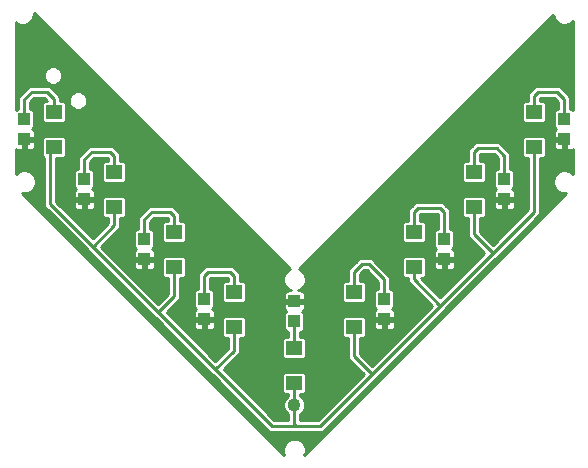
<source format=gtl>
G75*
%MOIN*%
%OFA0B0*%
%FSLAX25Y25*%
%IPPOS*%
%LPD*%
%AMOC8*
5,1,8,0,0,1.08239X$1,22.5*
%
%ADD10R,0.05512X0.04724*%
%ADD11R,0.03937X0.04331*%
%ADD12C,0.01000*%
%ADD13C,0.04362*%
%ADD14C,0.04000*%
D10*
X0203333Y0104094D03*
X0203333Y0115906D03*
X0223333Y0122844D03*
X0223333Y0134656D03*
X0243333Y0142844D03*
X0243333Y0154656D03*
X0263333Y0162844D03*
X0263333Y0174656D03*
X0283333Y0182844D03*
X0283333Y0194656D03*
X0183333Y0134656D03*
X0183333Y0122844D03*
X0163333Y0142844D03*
X0163333Y0154656D03*
X0143333Y0162844D03*
X0143333Y0174656D03*
X0123333Y0182844D03*
X0123333Y0194656D03*
D11*
X0113333Y0192096D03*
X0113333Y0185404D03*
X0133333Y0172096D03*
X0133333Y0165404D03*
X0153333Y0152096D03*
X0153333Y0145404D03*
X0173333Y0132096D03*
X0173333Y0125404D03*
X0203333Y0124779D03*
X0203333Y0131471D03*
X0233333Y0132096D03*
X0233333Y0125404D03*
X0253333Y0145404D03*
X0253333Y0152096D03*
X0273333Y0165404D03*
X0273333Y0172096D03*
X0293333Y0185404D03*
X0293333Y0192096D03*
D12*
X0182280Y0100725D02*
X0179328Y0100725D01*
X0178330Y0101723D02*
X0181282Y0101723D01*
X0180283Y0102722D02*
X0177331Y0102722D01*
X0176333Y0103720D02*
X0179285Y0103720D01*
X0178286Y0104719D02*
X0175334Y0104719D01*
X0174336Y0105717D02*
X0177288Y0105717D01*
X0176289Y0106716D02*
X0173337Y0106716D01*
X0172339Y0107714D02*
X0175291Y0107714D01*
X0175083Y0107922D02*
X0176255Y0106750D01*
X0195005Y0088000D01*
X0212912Y0088000D01*
X0230099Y0105187D01*
X0231271Y0106359D01*
X0231271Y0106359D01*
X0252912Y0128000D01*
X0254083Y0129172D01*
X0270412Y0145500D01*
X0271583Y0146672D01*
X0285333Y0160422D01*
X0285333Y0179182D01*
X0286628Y0179182D01*
X0287389Y0179944D01*
X0287389Y0185745D01*
X0286628Y0186507D01*
X0280039Y0186507D01*
X0279277Y0185745D01*
X0279277Y0179944D01*
X0280039Y0179182D01*
X0281333Y0179182D01*
X0281333Y0162078D01*
X0269583Y0150328D01*
X0265333Y0154578D01*
X0265333Y0159182D01*
X0266628Y0159182D01*
X0267389Y0159944D01*
X0267389Y0165745D01*
X0266628Y0166507D01*
X0260039Y0166507D01*
X0259277Y0165745D01*
X0259277Y0159944D01*
X0260039Y0159182D01*
X0261333Y0159182D01*
X0261333Y0152922D01*
X0266755Y0147500D01*
X0252083Y0132828D01*
X0245729Y0139182D01*
X0246628Y0139182D01*
X0247389Y0139944D01*
X0247389Y0145745D01*
X0246628Y0146507D01*
X0240039Y0146507D01*
X0239277Y0145745D01*
X0239277Y0139944D01*
X0240039Y0139182D01*
X0241333Y0139182D01*
X0241333Y0137922D01*
X0249255Y0130000D01*
X0229271Y0110016D01*
X0225333Y0113953D01*
X0225333Y0119182D01*
X0226628Y0119182D01*
X0227389Y0119944D01*
X0227389Y0125745D01*
X0226628Y0126507D01*
X0220039Y0126507D01*
X0219277Y0125745D01*
X0219277Y0119944D01*
X0220039Y0119182D01*
X0221333Y0119182D01*
X0221333Y0112297D01*
X0226442Y0107187D01*
X0211255Y0092000D01*
X0205333Y0092000D01*
X0205333Y0093719D01*
X0205419Y0093754D01*
X0206454Y0094790D01*
X0207014Y0096143D01*
X0207014Y0097607D01*
X0206454Y0098960D01*
X0205419Y0099996D01*
X0205333Y0100031D01*
X0205333Y0100432D01*
X0206628Y0100432D01*
X0207389Y0101194D01*
X0207389Y0106995D01*
X0206628Y0107757D01*
X0200039Y0107757D01*
X0199277Y0106995D01*
X0199277Y0101194D01*
X0200039Y0100432D01*
X0201333Y0100432D01*
X0201333Y0100031D01*
X0201248Y0099996D01*
X0200213Y0098960D01*
X0199652Y0097607D01*
X0199652Y0096143D01*
X0200213Y0094790D01*
X0201248Y0093754D01*
X0201333Y0093719D01*
X0201333Y0092000D01*
X0196662Y0092000D01*
X0179912Y0108750D01*
X0185333Y0114172D01*
X0185333Y0119182D01*
X0186628Y0119182D01*
X0187389Y0119944D01*
X0187389Y0125745D01*
X0186628Y0126507D01*
X0180039Y0126507D01*
X0179277Y0125745D01*
X0179277Y0119944D01*
X0180039Y0119182D01*
X0181333Y0119182D01*
X0181333Y0115828D01*
X0177083Y0111578D01*
X0160849Y0127812D01*
X0165333Y0132297D01*
X0165333Y0139182D01*
X0166628Y0139182D01*
X0167389Y0139944D01*
X0167389Y0145745D01*
X0166628Y0146507D01*
X0160039Y0146507D01*
X0159277Y0145745D01*
X0159277Y0139944D01*
X0160039Y0139182D01*
X0161333Y0139182D01*
X0161333Y0133953D01*
X0158021Y0130641D01*
X0138974Y0149687D01*
X0145333Y0156047D01*
X0145333Y0159182D01*
X0146628Y0159182D01*
X0147389Y0159944D01*
X0147389Y0165745D01*
X0146628Y0166507D01*
X0140039Y0166507D01*
X0139277Y0165745D01*
X0139277Y0159944D01*
X0140039Y0159182D01*
X0141333Y0159182D01*
X0141333Y0157703D01*
X0136146Y0152516D01*
X0124083Y0164578D01*
X0124083Y0179182D01*
X0126628Y0179182D01*
X0127389Y0179944D01*
X0127389Y0185745D01*
X0126628Y0186507D01*
X0120039Y0186507D01*
X0119277Y0185745D01*
X0119277Y0179944D01*
X0120039Y0179182D01*
X0120083Y0179182D01*
X0120083Y0162922D01*
X0121255Y0161750D01*
X0134146Y0148859D01*
X0135317Y0147688D01*
X0156021Y0126984D01*
X0157192Y0125812D01*
X0175083Y0107922D01*
X0175083Y0107922D01*
X0174292Y0108713D02*
X0171340Y0108713D01*
X0170342Y0109711D02*
X0173294Y0109711D01*
X0172295Y0110710D02*
X0169343Y0110710D01*
X0168345Y0111708D02*
X0171297Y0111708D01*
X0170298Y0112707D02*
X0167346Y0112707D01*
X0166348Y0113705D02*
X0169300Y0113705D01*
X0168301Y0114704D02*
X0165349Y0114704D01*
X0164351Y0115702D02*
X0167303Y0115702D01*
X0166304Y0116701D02*
X0163352Y0116701D01*
X0162354Y0117699D02*
X0165306Y0117699D01*
X0164307Y0118698D02*
X0161355Y0118698D01*
X0160357Y0119696D02*
X0163308Y0119696D01*
X0162310Y0120695D02*
X0159358Y0120695D01*
X0158360Y0121693D02*
X0161311Y0121693D01*
X0160313Y0122692D02*
X0157361Y0122692D01*
X0156363Y0123690D02*
X0159314Y0123690D01*
X0158316Y0124689D02*
X0155364Y0124689D01*
X0154366Y0125687D02*
X0157317Y0125687D01*
X0156319Y0126686D02*
X0153367Y0126686D01*
X0152369Y0127684D02*
X0155320Y0127684D01*
X0154322Y0128683D02*
X0151370Y0128683D01*
X0150372Y0129682D02*
X0153323Y0129682D01*
X0152325Y0130680D02*
X0149373Y0130680D01*
X0148375Y0131679D02*
X0151326Y0131679D01*
X0150328Y0132677D02*
X0147376Y0132677D01*
X0146378Y0133676D02*
X0149329Y0133676D01*
X0148331Y0134674D02*
X0145379Y0134674D01*
X0144381Y0135673D02*
X0147332Y0135673D01*
X0146334Y0136671D02*
X0143382Y0136671D01*
X0142384Y0137670D02*
X0145335Y0137670D01*
X0144337Y0138668D02*
X0141385Y0138668D01*
X0140387Y0139667D02*
X0143338Y0139667D01*
X0142340Y0140665D02*
X0139388Y0140665D01*
X0138389Y0141664D02*
X0141341Y0141664D01*
X0140343Y0142662D02*
X0137391Y0142662D01*
X0136392Y0143661D02*
X0139344Y0143661D01*
X0138346Y0144659D02*
X0135394Y0144659D01*
X0134395Y0145658D02*
X0137347Y0145658D01*
X0136349Y0146656D02*
X0133397Y0146656D01*
X0132398Y0147655D02*
X0135350Y0147655D01*
X0134352Y0148653D02*
X0131400Y0148653D01*
X0130401Y0149652D02*
X0133353Y0149652D01*
X0132355Y0150650D02*
X0129403Y0150650D01*
X0128404Y0151649D02*
X0131356Y0151649D01*
X0130358Y0152647D02*
X0127406Y0152647D01*
X0126407Y0153646D02*
X0129359Y0153646D01*
X0128361Y0154644D02*
X0125409Y0154644D01*
X0124410Y0155643D02*
X0127362Y0155643D01*
X0126364Y0156641D02*
X0123412Y0156641D01*
X0122413Y0157640D02*
X0125365Y0157640D01*
X0124367Y0158638D02*
X0121415Y0158638D01*
X0120416Y0159637D02*
X0123368Y0159637D01*
X0122370Y0160635D02*
X0119418Y0160635D01*
X0118419Y0161634D02*
X0121371Y0161634D01*
X0120373Y0162632D02*
X0117421Y0162632D01*
X0116422Y0163631D02*
X0120083Y0163631D01*
X0120083Y0164629D02*
X0115424Y0164629D01*
X0114425Y0165628D02*
X0120083Y0165628D01*
X0120083Y0166626D02*
X0113427Y0166626D01*
X0114089Y0167450D02*
X0115486Y0168029D01*
X0116555Y0169097D01*
X0117133Y0170494D01*
X0117133Y0172006D01*
X0116555Y0173403D01*
X0115486Y0174471D01*
X0114089Y0175050D01*
X0112577Y0175050D01*
X0111181Y0174471D01*
X0110433Y0173724D01*
X0110433Y0182048D01*
X0110444Y0182038D01*
X0110786Y0181840D01*
X0111167Y0181738D01*
X0112849Y0181738D01*
X0112849Y0184919D01*
X0113818Y0184919D01*
X0113818Y0185888D01*
X0116802Y0185888D01*
X0116802Y0187766D01*
X0116700Y0188148D01*
X0116502Y0188490D01*
X0116223Y0188769D01*
X0116068Y0188859D01*
X0116602Y0189393D01*
X0116602Y0194800D01*
X0115840Y0195562D01*
X0115333Y0195562D01*
X0115333Y0197922D01*
X0116662Y0199250D01*
X0120005Y0199250D01*
X0120937Y0198318D01*
X0120039Y0198318D01*
X0119277Y0197556D01*
X0119277Y0191755D01*
X0120039Y0190993D01*
X0126628Y0190993D01*
X0127389Y0191755D01*
X0127389Y0197556D01*
X0126628Y0198318D01*
X0125333Y0198318D01*
X0125333Y0199578D01*
X0122833Y0202078D01*
X0121662Y0203250D01*
X0115005Y0203250D01*
X0112505Y0200750D01*
X0111333Y0199578D01*
X0111333Y0195562D01*
X0110826Y0195562D01*
X0110433Y0195169D01*
X0110433Y0224401D01*
X0110556Y0224279D01*
X0111952Y0223700D01*
X0113464Y0223700D01*
X0114861Y0224279D01*
X0115930Y0225347D01*
X0116508Y0226744D01*
X0116508Y0227605D01*
X0201860Y0142253D01*
X0201181Y0141971D01*
X0200112Y0140903D01*
X0199533Y0139506D01*
X0199533Y0137994D01*
X0200112Y0136597D01*
X0201181Y0135529D01*
X0202127Y0135137D01*
X0201167Y0135137D01*
X0200786Y0135035D01*
X0200444Y0134837D01*
X0200165Y0134558D01*
X0199967Y0134216D01*
X0199865Y0133834D01*
X0199865Y0131956D01*
X0202849Y0131956D01*
X0202849Y0130987D01*
X0199865Y0130987D01*
X0199865Y0129109D01*
X0199967Y0128727D01*
X0200165Y0128385D01*
X0200444Y0128106D01*
X0200599Y0128016D01*
X0200065Y0127482D01*
X0200065Y0122075D01*
X0200826Y0121313D01*
X0201333Y0121313D01*
X0201333Y0119568D01*
X0200039Y0119568D01*
X0199277Y0118806D01*
X0199277Y0113005D01*
X0200039Y0112243D01*
X0206628Y0112243D01*
X0207389Y0113005D01*
X0207389Y0118806D01*
X0206628Y0119568D01*
X0205333Y0119568D01*
X0205333Y0121313D01*
X0205840Y0121313D01*
X0206602Y0122075D01*
X0206602Y0127482D01*
X0206068Y0128016D01*
X0206223Y0128106D01*
X0206502Y0128385D01*
X0206700Y0128727D01*
X0206802Y0129109D01*
X0206802Y0130987D01*
X0203818Y0130987D01*
X0203818Y0131956D01*
X0206802Y0131956D01*
X0206802Y0133834D01*
X0206700Y0134216D01*
X0206502Y0134558D01*
X0206223Y0134837D01*
X0205881Y0135035D01*
X0205499Y0135137D01*
X0204540Y0135137D01*
X0205486Y0135529D01*
X0206555Y0136597D01*
X0207133Y0137994D01*
X0207133Y0139506D01*
X0206555Y0140903D01*
X0205486Y0141971D01*
X0204806Y0142253D01*
X0205433Y0142880D01*
X0289533Y0226980D01*
X0289533Y0226744D01*
X0290112Y0225347D01*
X0291181Y0224279D01*
X0292577Y0223700D01*
X0294089Y0223700D01*
X0295486Y0224279D01*
X0296233Y0225026D01*
X0296233Y0195169D01*
X0295840Y0195562D01*
X0295333Y0195562D01*
X0295333Y0199578D01*
X0292833Y0202078D01*
X0291662Y0203250D01*
X0283755Y0203250D01*
X0281333Y0200828D01*
X0281333Y0198318D01*
X0280039Y0198318D01*
X0279277Y0197556D01*
X0279277Y0191755D01*
X0280039Y0190993D01*
X0286628Y0190993D01*
X0287389Y0191755D01*
X0287389Y0197556D01*
X0286628Y0198318D01*
X0285333Y0198318D01*
X0285333Y0199172D01*
X0285412Y0199250D01*
X0290005Y0199250D01*
X0291333Y0197922D01*
X0291333Y0195562D01*
X0290826Y0195562D01*
X0290065Y0194800D01*
X0290065Y0189393D01*
X0290599Y0188859D01*
X0290444Y0188769D01*
X0290165Y0188490D01*
X0289967Y0188148D01*
X0289865Y0187766D01*
X0289865Y0185888D01*
X0292849Y0185888D01*
X0292849Y0184919D01*
X0293818Y0184919D01*
X0293818Y0181738D01*
X0295499Y0181738D01*
X0295881Y0181840D01*
X0296223Y0182038D01*
X0296233Y0182048D01*
X0296233Y0173724D01*
X0295486Y0174471D01*
X0294089Y0175050D01*
X0292577Y0175050D01*
X0291181Y0174471D01*
X0290112Y0173403D01*
X0289533Y0172006D01*
X0289533Y0170494D01*
X0290112Y0169097D01*
X0291181Y0168029D01*
X0292577Y0167450D01*
X0294063Y0167450D01*
X0206710Y0080096D01*
X0207133Y0081119D01*
X0207133Y0082631D01*
X0206555Y0084028D01*
X0205486Y0085096D01*
X0204089Y0085675D01*
X0202577Y0085675D01*
X0201181Y0085096D01*
X0200112Y0084028D01*
X0199533Y0082631D01*
X0199533Y0081119D01*
X0199957Y0080096D01*
X0112603Y0167450D01*
X0114089Y0167450D01*
X0114512Y0167625D02*
X0120083Y0167625D01*
X0120083Y0168623D02*
X0116081Y0168623D01*
X0116772Y0169622D02*
X0120083Y0169622D01*
X0120083Y0170620D02*
X0117133Y0170620D01*
X0117133Y0171619D02*
X0120083Y0171619D01*
X0120083Y0172618D02*
X0116880Y0172618D01*
X0116341Y0173616D02*
X0120083Y0173616D01*
X0120083Y0174615D02*
X0115140Y0174615D01*
X0111526Y0174615D02*
X0110433Y0174615D01*
X0110433Y0175613D02*
X0120083Y0175613D01*
X0120083Y0176612D02*
X0110433Y0176612D01*
X0110433Y0177610D02*
X0120083Y0177610D01*
X0120083Y0178609D02*
X0110433Y0178609D01*
X0110433Y0179607D02*
X0119614Y0179607D01*
X0119277Y0180606D02*
X0110433Y0180606D01*
X0110433Y0181604D02*
X0119277Y0181604D01*
X0119277Y0182603D02*
X0116667Y0182603D01*
X0116700Y0182659D02*
X0116802Y0183041D01*
X0116802Y0184919D01*
X0113818Y0184919D01*
X0113818Y0181738D01*
X0115499Y0181738D01*
X0115881Y0181840D01*
X0116223Y0182038D01*
X0116502Y0182317D01*
X0116700Y0182659D01*
X0116802Y0183601D02*
X0119277Y0183601D01*
X0119277Y0184600D02*
X0116802Y0184600D01*
X0116802Y0186597D02*
X0157517Y0186597D01*
X0156518Y0187595D02*
X0116802Y0187595D01*
X0116398Y0188594D02*
X0155520Y0188594D01*
X0154521Y0189592D02*
X0116602Y0189592D01*
X0116602Y0190591D02*
X0153523Y0190591D01*
X0152524Y0191589D02*
X0127224Y0191589D01*
X0127389Y0192588D02*
X0151526Y0192588D01*
X0150527Y0193586D02*
X0127389Y0193586D01*
X0127389Y0194585D02*
X0149529Y0194585D01*
X0148530Y0195583D02*
X0132669Y0195583D01*
X0132999Y0195720D02*
X0133863Y0196584D01*
X0134331Y0197713D01*
X0134331Y0198935D01*
X0133863Y0200064D01*
X0132999Y0200928D01*
X0131870Y0201396D01*
X0130648Y0201396D01*
X0129519Y0200928D01*
X0128655Y0200064D01*
X0128188Y0198935D01*
X0128188Y0197713D01*
X0128655Y0196584D01*
X0129519Y0195720D01*
X0130648Y0195253D01*
X0131870Y0195253D01*
X0132999Y0195720D01*
X0133861Y0196582D02*
X0147532Y0196582D01*
X0146533Y0197580D02*
X0134276Y0197580D01*
X0134331Y0198579D02*
X0145535Y0198579D01*
X0144536Y0199577D02*
X0134065Y0199577D01*
X0133351Y0200576D02*
X0143538Y0200576D01*
X0142539Y0201574D02*
X0123337Y0201574D01*
X0122339Y0202573D02*
X0141541Y0202573D01*
X0140542Y0203571D02*
X0110433Y0203571D01*
X0110433Y0202573D02*
X0114328Y0202573D01*
X0113329Y0201574D02*
X0110433Y0201574D01*
X0110433Y0200576D02*
X0112331Y0200576D01*
X0111333Y0199577D02*
X0110433Y0199577D01*
X0110433Y0198579D02*
X0111333Y0198579D01*
X0111333Y0197580D02*
X0110433Y0197580D01*
X0110433Y0196582D02*
X0111333Y0196582D01*
X0111333Y0195583D02*
X0110433Y0195583D01*
X0113333Y0198750D02*
X0113333Y0192096D01*
X0116602Y0192588D02*
X0119277Y0192588D01*
X0119277Y0193586D02*
X0116602Y0193586D01*
X0116602Y0194585D02*
X0119277Y0194585D01*
X0119277Y0195583D02*
X0115333Y0195583D01*
X0115333Y0196582D02*
X0119277Y0196582D01*
X0119302Y0197580D02*
X0115333Y0197580D01*
X0115991Y0198579D02*
X0120676Y0198579D01*
X0123333Y0198750D02*
X0120833Y0201250D01*
X0115833Y0201250D01*
X0113333Y0198750D01*
X0120303Y0204936D02*
X0121168Y0204072D01*
X0122297Y0203604D01*
X0123518Y0203604D01*
X0124647Y0204072D01*
X0125512Y0204936D01*
X0125979Y0206065D01*
X0125979Y0207287D01*
X0125512Y0208416D01*
X0124647Y0209280D01*
X0123518Y0209747D01*
X0122297Y0209747D01*
X0121168Y0209280D01*
X0120303Y0208416D01*
X0119836Y0207287D01*
X0119836Y0206065D01*
X0120303Y0204936D01*
X0120669Y0204570D02*
X0110433Y0204570D01*
X0110433Y0205568D02*
X0120041Y0205568D01*
X0119836Y0206567D02*
X0110433Y0206567D01*
X0110433Y0207565D02*
X0119951Y0207565D01*
X0120452Y0208564D02*
X0110433Y0208564D01*
X0110433Y0209562D02*
X0121850Y0209562D01*
X0123965Y0209562D02*
X0134551Y0209562D01*
X0135550Y0208564D02*
X0125363Y0208564D01*
X0125864Y0207565D02*
X0136548Y0207565D01*
X0137547Y0206567D02*
X0125979Y0206567D01*
X0125774Y0205568D02*
X0138545Y0205568D01*
X0139544Y0204570D02*
X0125146Y0204570D01*
X0124336Y0200576D02*
X0129167Y0200576D01*
X0128454Y0199577D02*
X0125333Y0199577D01*
X0125333Y0198579D02*
X0128188Y0198579D01*
X0128243Y0197580D02*
X0127365Y0197580D01*
X0127389Y0196582D02*
X0128658Y0196582D01*
X0129850Y0195583D02*
X0127389Y0195583D01*
X0123333Y0194656D02*
X0123333Y0198750D01*
X0119443Y0191589D02*
X0116602Y0191589D01*
X0119277Y0185598D02*
X0113818Y0185598D01*
X0113818Y0184600D02*
X0112849Y0184600D01*
X0112849Y0183601D02*
X0113818Y0183601D01*
X0113818Y0182603D02*
X0112849Y0182603D01*
X0122083Y0181594D02*
X0123333Y0182844D01*
X0122083Y0181594D02*
X0122083Y0163750D01*
X0136146Y0149688D01*
X0143333Y0156875D01*
X0143333Y0162844D01*
X0139277Y0162632D02*
X0136684Y0162632D01*
X0136700Y0162659D02*
X0136802Y0163041D01*
X0136802Y0164919D01*
X0133818Y0164919D01*
X0133818Y0165888D01*
X0136802Y0165888D01*
X0136802Y0167766D01*
X0136700Y0168148D01*
X0136502Y0168490D01*
X0136223Y0168769D01*
X0136068Y0168859D01*
X0136602Y0169393D01*
X0136602Y0174800D01*
X0135840Y0175562D01*
X0135333Y0175562D01*
X0135333Y0177922D01*
X0136662Y0179250D01*
X0141255Y0179250D01*
X0141333Y0179172D01*
X0141333Y0178318D01*
X0140039Y0178318D01*
X0139277Y0177556D01*
X0139277Y0171755D01*
X0140039Y0170993D01*
X0146628Y0170993D01*
X0147389Y0171755D01*
X0147389Y0177556D01*
X0146628Y0178318D01*
X0145333Y0178318D01*
X0145333Y0180828D01*
X0144162Y0182000D01*
X0142912Y0183250D01*
X0135005Y0183250D01*
X0133833Y0182078D01*
X0131333Y0179578D01*
X0131333Y0175562D01*
X0130826Y0175562D01*
X0130065Y0174800D01*
X0130065Y0169393D01*
X0130599Y0168859D01*
X0130444Y0168769D01*
X0130165Y0168490D01*
X0129967Y0168148D01*
X0129865Y0167766D01*
X0129865Y0165888D01*
X0132849Y0165888D01*
X0132849Y0164919D01*
X0133818Y0164919D01*
X0133818Y0161738D01*
X0135499Y0161738D01*
X0135881Y0161840D01*
X0136223Y0162038D01*
X0136502Y0162317D01*
X0136700Y0162659D01*
X0136802Y0163631D02*
X0139277Y0163631D01*
X0139277Y0164629D02*
X0136802Y0164629D01*
X0136802Y0166626D02*
X0177487Y0166626D01*
X0178486Y0165628D02*
X0147389Y0165628D01*
X0147389Y0164629D02*
X0179484Y0164629D01*
X0180483Y0163631D02*
X0147389Y0163631D01*
X0147389Y0162632D02*
X0154387Y0162632D01*
X0153833Y0162078D02*
X0151333Y0159578D01*
X0151333Y0155562D01*
X0150826Y0155562D01*
X0150065Y0154800D01*
X0150065Y0149393D01*
X0150599Y0148859D01*
X0150444Y0148769D01*
X0150165Y0148490D01*
X0149967Y0148148D01*
X0149865Y0147766D01*
X0149865Y0145888D01*
X0152849Y0145888D01*
X0152849Y0144919D01*
X0153818Y0144919D01*
X0153818Y0145888D01*
X0156802Y0145888D01*
X0156802Y0147766D01*
X0156700Y0148148D01*
X0156502Y0148490D01*
X0156223Y0148769D01*
X0156068Y0148859D01*
X0156602Y0149393D01*
X0156602Y0154800D01*
X0155840Y0155562D01*
X0155333Y0155562D01*
X0155333Y0157922D01*
X0156662Y0159250D01*
X0161255Y0159250D01*
X0161333Y0159172D01*
X0161333Y0158318D01*
X0160039Y0158318D01*
X0159277Y0157556D01*
X0159277Y0151755D01*
X0160039Y0150993D01*
X0166628Y0150993D01*
X0167389Y0151755D01*
X0167389Y0157556D01*
X0166628Y0158318D01*
X0165333Y0158318D01*
X0165333Y0160828D01*
X0164162Y0162000D01*
X0162912Y0163250D01*
X0155005Y0163250D01*
X0153833Y0162078D01*
X0153389Y0161634D02*
X0147389Y0161634D01*
X0147389Y0160635D02*
X0152390Y0160635D01*
X0151392Y0159637D02*
X0147082Y0159637D01*
X0145333Y0158638D02*
X0151333Y0158638D01*
X0151333Y0157640D02*
X0145333Y0157640D01*
X0145333Y0156641D02*
X0151333Y0156641D01*
X0151333Y0155643D02*
X0144930Y0155643D01*
X0143931Y0154644D02*
X0150065Y0154644D01*
X0150065Y0153646D02*
X0142933Y0153646D01*
X0141934Y0152647D02*
X0150065Y0152647D01*
X0150065Y0151649D02*
X0140936Y0151649D01*
X0139937Y0150650D02*
X0150065Y0150650D01*
X0150065Y0149652D02*
X0139010Y0149652D01*
X0140008Y0148653D02*
X0150328Y0148653D01*
X0149865Y0147655D02*
X0141007Y0147655D01*
X0142006Y0146656D02*
X0149865Y0146656D01*
X0149865Y0144919D02*
X0149865Y0143041D01*
X0149967Y0142659D01*
X0150165Y0142317D01*
X0150444Y0142038D01*
X0150786Y0141840D01*
X0151167Y0141738D01*
X0152849Y0141738D01*
X0152849Y0144919D01*
X0149865Y0144919D01*
X0149865Y0144659D02*
X0144003Y0144659D01*
X0145001Y0143661D02*
X0149865Y0143661D01*
X0149966Y0142662D02*
X0146000Y0142662D01*
X0146998Y0141664D02*
X0159277Y0141664D01*
X0159277Y0142662D02*
X0156700Y0142662D01*
X0156700Y0142659D02*
X0156802Y0143041D01*
X0156802Y0144919D01*
X0153818Y0144919D01*
X0153818Y0141738D01*
X0155499Y0141738D01*
X0155881Y0141840D01*
X0156223Y0142038D01*
X0156502Y0142317D01*
X0156700Y0142659D01*
X0156802Y0143661D02*
X0159277Y0143661D01*
X0159277Y0144659D02*
X0156802Y0144659D01*
X0156802Y0146656D02*
X0197457Y0146656D01*
X0196459Y0147655D02*
X0156802Y0147655D01*
X0156339Y0148653D02*
X0195460Y0148653D01*
X0194462Y0149652D02*
X0156602Y0149652D01*
X0156602Y0150650D02*
X0193463Y0150650D01*
X0192465Y0151649D02*
X0167283Y0151649D01*
X0167389Y0152647D02*
X0191466Y0152647D01*
X0190468Y0153646D02*
X0167389Y0153646D01*
X0167389Y0154644D02*
X0189469Y0154644D01*
X0188471Y0155643D02*
X0167389Y0155643D01*
X0167389Y0156641D02*
X0187472Y0156641D01*
X0186474Y0157640D02*
X0167306Y0157640D01*
X0165333Y0158638D02*
X0185475Y0158638D01*
X0184477Y0159637D02*
X0165333Y0159637D01*
X0165333Y0160635D02*
X0183478Y0160635D01*
X0182480Y0161634D02*
X0164528Y0161634D01*
X0163529Y0162632D02*
X0181481Y0162632D01*
X0176489Y0167625D02*
X0136802Y0167625D01*
X0136369Y0168623D02*
X0175490Y0168623D01*
X0174492Y0169622D02*
X0136602Y0169622D01*
X0136602Y0170620D02*
X0173493Y0170620D01*
X0172494Y0171619D02*
X0147253Y0171619D01*
X0147389Y0172618D02*
X0171496Y0172618D01*
X0170497Y0173616D02*
X0147389Y0173616D01*
X0147389Y0174615D02*
X0169499Y0174615D01*
X0168500Y0175613D02*
X0147389Y0175613D01*
X0147389Y0176612D02*
X0167502Y0176612D01*
X0166503Y0177610D02*
X0147335Y0177610D01*
X0145333Y0178609D02*
X0165505Y0178609D01*
X0164506Y0179607D02*
X0145333Y0179607D01*
X0145333Y0180606D02*
X0163508Y0180606D01*
X0162509Y0181604D02*
X0144558Y0181604D01*
X0143559Y0182603D02*
X0161511Y0182603D01*
X0160512Y0183601D02*
X0127389Y0183601D01*
X0127389Y0182603D02*
X0134358Y0182603D01*
X0133359Y0181604D02*
X0127389Y0181604D01*
X0127389Y0180606D02*
X0132361Y0180606D01*
X0131362Y0179607D02*
X0127053Y0179607D01*
X0124083Y0178609D02*
X0131333Y0178609D01*
X0131333Y0177610D02*
X0124083Y0177610D01*
X0124083Y0176612D02*
X0131333Y0176612D01*
X0131333Y0175613D02*
X0124083Y0175613D01*
X0124083Y0174615D02*
X0130065Y0174615D01*
X0130065Y0173616D02*
X0124083Y0173616D01*
X0124083Y0172618D02*
X0130065Y0172618D01*
X0130065Y0171619D02*
X0124083Y0171619D01*
X0124083Y0170620D02*
X0130065Y0170620D01*
X0130065Y0169622D02*
X0124083Y0169622D01*
X0124083Y0168623D02*
X0130298Y0168623D01*
X0129865Y0167625D02*
X0124083Y0167625D01*
X0124083Y0166626D02*
X0129865Y0166626D01*
X0129865Y0164919D02*
X0129865Y0163041D01*
X0129967Y0162659D01*
X0130165Y0162317D01*
X0130444Y0162038D01*
X0130786Y0161840D01*
X0131167Y0161738D01*
X0132849Y0161738D01*
X0132849Y0164919D01*
X0129865Y0164919D01*
X0129865Y0164629D02*
X0124083Y0164629D01*
X0124083Y0165628D02*
X0132849Y0165628D01*
X0133818Y0165628D02*
X0139277Y0165628D01*
X0139277Y0161634D02*
X0127028Y0161634D01*
X0128026Y0160635D02*
X0139277Y0160635D01*
X0139584Y0159637D02*
X0129025Y0159637D01*
X0130023Y0158638D02*
X0141333Y0158638D01*
X0141270Y0157640D02*
X0131022Y0157640D01*
X0132020Y0156641D02*
X0140271Y0156641D01*
X0139273Y0155643D02*
X0133019Y0155643D01*
X0134017Y0154644D02*
X0138274Y0154644D01*
X0137276Y0153646D02*
X0135016Y0153646D01*
X0136014Y0152647D02*
X0136277Y0152647D01*
X0136146Y0149688D02*
X0158021Y0127812D01*
X0163333Y0133125D01*
X0163333Y0142844D01*
X0167389Y0142662D02*
X0173167Y0142662D01*
X0172583Y0142078D02*
X0171333Y0140828D01*
X0171333Y0135562D01*
X0170826Y0135562D01*
X0170065Y0134800D01*
X0170065Y0129393D01*
X0170599Y0128859D01*
X0170444Y0128769D01*
X0170165Y0128490D01*
X0169967Y0128148D01*
X0169865Y0127766D01*
X0169865Y0125888D01*
X0172849Y0125888D01*
X0172849Y0124919D01*
X0173818Y0124919D01*
X0173818Y0125888D01*
X0176802Y0125888D01*
X0176802Y0127766D01*
X0176700Y0128148D01*
X0176502Y0128490D01*
X0176223Y0128769D01*
X0176068Y0128859D01*
X0176602Y0129393D01*
X0176602Y0134800D01*
X0175840Y0135562D01*
X0175333Y0135562D01*
X0175333Y0139172D01*
X0175412Y0139250D01*
X0181255Y0139250D01*
X0181333Y0139172D01*
X0181333Y0138318D01*
X0180039Y0138318D01*
X0179277Y0137556D01*
X0179277Y0131755D01*
X0180039Y0130993D01*
X0186628Y0130993D01*
X0187389Y0131755D01*
X0187389Y0137556D01*
X0186628Y0138318D01*
X0185333Y0138318D01*
X0185333Y0140828D01*
X0184162Y0142000D01*
X0182912Y0143250D01*
X0173755Y0143250D01*
X0172583Y0142078D01*
X0172169Y0141664D02*
X0167389Y0141664D01*
X0167389Y0140665D02*
X0171333Y0140665D01*
X0171333Y0139667D02*
X0167112Y0139667D01*
X0165333Y0138668D02*
X0171333Y0138668D01*
X0171333Y0137670D02*
X0165333Y0137670D01*
X0165333Y0136671D02*
X0171333Y0136671D01*
X0171333Y0135673D02*
X0165333Y0135673D01*
X0165333Y0134674D02*
X0170065Y0134674D01*
X0170065Y0133676D02*
X0165333Y0133676D01*
X0165333Y0132677D02*
X0170065Y0132677D01*
X0170065Y0131679D02*
X0164715Y0131679D01*
X0163717Y0130680D02*
X0170065Y0130680D01*
X0170065Y0129682D02*
X0162718Y0129682D01*
X0161720Y0128683D02*
X0170358Y0128683D01*
X0169865Y0127684D02*
X0160977Y0127684D01*
X0161976Y0126686D02*
X0169865Y0126686D01*
X0169865Y0124919D02*
X0169865Y0123041D01*
X0169967Y0122659D01*
X0170165Y0122317D01*
X0170444Y0122038D01*
X0170786Y0121840D01*
X0171167Y0121738D01*
X0172849Y0121738D01*
X0172849Y0124919D01*
X0169865Y0124919D01*
X0169865Y0124689D02*
X0163973Y0124689D01*
X0164971Y0123690D02*
X0169865Y0123690D01*
X0169958Y0122692D02*
X0165970Y0122692D01*
X0166968Y0121693D02*
X0179277Y0121693D01*
X0179277Y0120695D02*
X0167967Y0120695D01*
X0168965Y0119696D02*
X0179525Y0119696D01*
X0181333Y0118698D02*
X0169964Y0118698D01*
X0170962Y0117699D02*
X0181333Y0117699D01*
X0181333Y0116701D02*
X0171961Y0116701D01*
X0172959Y0115702D02*
X0181207Y0115702D01*
X0180209Y0114704D02*
X0173958Y0114704D01*
X0174956Y0113705D02*
X0179210Y0113705D01*
X0178212Y0112707D02*
X0175955Y0112707D01*
X0176953Y0111708D02*
X0177213Y0111708D01*
X0177083Y0108750D02*
X0183333Y0115000D01*
X0183333Y0122844D01*
X0179277Y0122692D02*
X0176708Y0122692D01*
X0176700Y0122659D02*
X0176802Y0123041D01*
X0176802Y0124919D01*
X0173818Y0124919D01*
X0173818Y0121738D01*
X0175499Y0121738D01*
X0175881Y0121840D01*
X0176223Y0122038D01*
X0176502Y0122317D01*
X0176700Y0122659D01*
X0176802Y0123690D02*
X0179277Y0123690D01*
X0179277Y0124689D02*
X0176802Y0124689D01*
X0176802Y0126686D02*
X0200065Y0126686D01*
X0200065Y0125687D02*
X0187389Y0125687D01*
X0187389Y0124689D02*
X0200065Y0124689D01*
X0200065Y0123690D02*
X0187389Y0123690D01*
X0187389Y0122692D02*
X0200065Y0122692D01*
X0200446Y0121693D02*
X0187389Y0121693D01*
X0187389Y0120695D02*
X0201333Y0120695D01*
X0201333Y0119696D02*
X0187142Y0119696D01*
X0185333Y0118698D02*
X0199277Y0118698D01*
X0199277Y0117699D02*
X0185333Y0117699D01*
X0185333Y0116701D02*
X0199277Y0116701D01*
X0199277Y0115702D02*
X0185333Y0115702D01*
X0185333Y0114704D02*
X0199277Y0114704D01*
X0199277Y0113705D02*
X0184867Y0113705D01*
X0183869Y0112707D02*
X0199575Y0112707D01*
X0203333Y0115906D02*
X0203333Y0124779D01*
X0206602Y0124689D02*
X0219277Y0124689D01*
X0219277Y0125687D02*
X0206602Y0125687D01*
X0206602Y0126686D02*
X0229865Y0126686D01*
X0229865Y0125888D02*
X0229865Y0127766D01*
X0229967Y0128148D01*
X0230165Y0128490D01*
X0230444Y0128769D01*
X0230599Y0128859D01*
X0230065Y0129393D01*
X0230065Y0134800D01*
X0230826Y0135562D01*
X0231333Y0135562D01*
X0231333Y0137922D01*
X0227505Y0141750D01*
X0226662Y0141750D01*
X0225333Y0140422D01*
X0225333Y0138318D01*
X0226628Y0138318D01*
X0227389Y0137556D01*
X0227389Y0131755D01*
X0226628Y0130993D01*
X0220039Y0130993D01*
X0219277Y0131755D01*
X0219277Y0137556D01*
X0220039Y0138318D01*
X0221333Y0138318D01*
X0221333Y0142078D01*
X0223833Y0144578D01*
X0225005Y0145750D01*
X0229162Y0145750D01*
X0230333Y0144578D01*
X0235333Y0139578D01*
X0235333Y0135562D01*
X0235840Y0135562D01*
X0236602Y0134800D01*
X0236602Y0129393D01*
X0236068Y0128859D01*
X0236223Y0128769D01*
X0236502Y0128490D01*
X0236700Y0128148D01*
X0236802Y0127766D01*
X0236802Y0125888D01*
X0233818Y0125888D01*
X0233818Y0124919D01*
X0236802Y0124919D01*
X0236802Y0123041D01*
X0236700Y0122659D01*
X0236502Y0122317D01*
X0236223Y0122038D01*
X0235881Y0121840D01*
X0235499Y0121738D01*
X0233818Y0121738D01*
X0233818Y0124919D01*
X0232849Y0124919D01*
X0232849Y0121738D01*
X0231167Y0121738D01*
X0230786Y0121840D01*
X0230444Y0122038D01*
X0230165Y0122317D01*
X0229967Y0122659D01*
X0229865Y0123041D01*
X0229865Y0124919D01*
X0232849Y0124919D01*
X0232849Y0125888D01*
X0229865Y0125888D01*
X0229865Y0124689D02*
X0227389Y0124689D01*
X0227389Y0125687D02*
X0232849Y0125687D01*
X0233818Y0125687D02*
X0244942Y0125687D01*
X0243944Y0124689D02*
X0236802Y0124689D01*
X0236802Y0123690D02*
X0242945Y0123690D01*
X0241947Y0122692D02*
X0236708Y0122692D01*
X0233818Y0122692D02*
X0232849Y0122692D01*
X0232849Y0123690D02*
X0233818Y0123690D01*
X0233818Y0124689D02*
X0232849Y0124689D01*
X0229865Y0123690D02*
X0227389Y0123690D01*
X0227389Y0122692D02*
X0229958Y0122692D01*
X0227389Y0121693D02*
X0240948Y0121693D01*
X0239950Y0120695D02*
X0227389Y0120695D01*
X0227142Y0119696D02*
X0238951Y0119696D01*
X0237953Y0118698D02*
X0225333Y0118698D01*
X0225333Y0117699D02*
X0236954Y0117699D01*
X0235956Y0116701D02*
X0225333Y0116701D01*
X0225333Y0115702D02*
X0234957Y0115702D01*
X0233959Y0114704D02*
X0225333Y0114704D01*
X0225581Y0113705D02*
X0232960Y0113705D01*
X0231962Y0112707D02*
X0226580Y0112707D01*
X0227578Y0111708D02*
X0230963Y0111708D01*
X0229965Y0110710D02*
X0228577Y0110710D01*
X0224917Y0108713D02*
X0179949Y0108713D01*
X0180873Y0109711D02*
X0223919Y0109711D01*
X0222920Y0110710D02*
X0181872Y0110710D01*
X0182870Y0111708D02*
X0221922Y0111708D01*
X0221333Y0112707D02*
X0207091Y0112707D01*
X0207389Y0113705D02*
X0221333Y0113705D01*
X0221333Y0114704D02*
X0207389Y0114704D01*
X0207389Y0115702D02*
X0221333Y0115702D01*
X0221333Y0116701D02*
X0207389Y0116701D01*
X0207389Y0117699D02*
X0221333Y0117699D01*
X0221333Y0118698D02*
X0207389Y0118698D01*
X0205333Y0119696D02*
X0219525Y0119696D01*
X0219277Y0120695D02*
X0205333Y0120695D01*
X0206221Y0121693D02*
X0219277Y0121693D01*
X0219277Y0122692D02*
X0206602Y0122692D01*
X0206602Y0123690D02*
X0219277Y0123690D01*
X0223333Y0122844D02*
X0223333Y0113125D01*
X0229271Y0107187D01*
X0212083Y0090000D01*
X0203958Y0090000D01*
X0203333Y0090625D01*
X0203333Y0096875D01*
X0203333Y0104094D01*
X0199277Y0103720D02*
X0184942Y0103720D01*
X0185940Y0102722D02*
X0199277Y0102722D01*
X0199277Y0101723D02*
X0186939Y0101723D01*
X0187937Y0100725D02*
X0199747Y0100725D01*
X0200979Y0099726D02*
X0188936Y0099726D01*
X0189934Y0098728D02*
X0200116Y0098728D01*
X0199703Y0097729D02*
X0190933Y0097729D01*
X0191931Y0096731D02*
X0199652Y0096731D01*
X0199822Y0095732D02*
X0192930Y0095732D01*
X0193928Y0094734D02*
X0200269Y0094734D01*
X0201294Y0093735D02*
X0194927Y0093735D01*
X0195925Y0092737D02*
X0201333Y0092737D01*
X0203958Y0090000D02*
X0195833Y0090000D01*
X0177083Y0108750D01*
X0158021Y0127812D01*
X0157982Y0130680D02*
X0158060Y0130680D01*
X0159058Y0131679D02*
X0156983Y0131679D01*
X0155985Y0132677D02*
X0160057Y0132677D01*
X0161055Y0133676D02*
X0154986Y0133676D01*
X0153988Y0134674D02*
X0161333Y0134674D01*
X0161333Y0135673D02*
X0152989Y0135673D01*
X0151991Y0136671D02*
X0161333Y0136671D01*
X0161333Y0137670D02*
X0150992Y0137670D01*
X0149994Y0138668D02*
X0161333Y0138668D01*
X0159555Y0139667D02*
X0148995Y0139667D01*
X0147997Y0140665D02*
X0159277Y0140665D01*
X0167389Y0143661D02*
X0200453Y0143661D01*
X0199454Y0144659D02*
X0167389Y0144659D01*
X0167389Y0145658D02*
X0198456Y0145658D01*
X0201451Y0142662D02*
X0183500Y0142662D01*
X0184498Y0141664D02*
X0200873Y0141664D01*
X0200014Y0140665D02*
X0185333Y0140665D01*
X0185333Y0139667D02*
X0199600Y0139667D01*
X0199533Y0138668D02*
X0185333Y0138668D01*
X0187276Y0137670D02*
X0199668Y0137670D01*
X0200081Y0136671D02*
X0187389Y0136671D01*
X0187389Y0135673D02*
X0201037Y0135673D01*
X0200281Y0134674D02*
X0187389Y0134674D01*
X0187389Y0133676D02*
X0199865Y0133676D01*
X0199865Y0132677D02*
X0187389Y0132677D01*
X0187313Y0131679D02*
X0202849Y0131679D01*
X0203818Y0131679D02*
X0219354Y0131679D01*
X0219277Y0132677D02*
X0206802Y0132677D01*
X0206802Y0133676D02*
X0219277Y0133676D01*
X0219277Y0134674D02*
X0206386Y0134674D01*
X0205630Y0135673D02*
X0219277Y0135673D01*
X0219277Y0136671D02*
X0206585Y0136671D01*
X0206999Y0137670D02*
X0219391Y0137670D01*
X0221333Y0138668D02*
X0207133Y0138668D01*
X0207067Y0139667D02*
X0221333Y0139667D01*
X0221333Y0140665D02*
X0206653Y0140665D01*
X0205794Y0141664D02*
X0221333Y0141664D01*
X0221917Y0142662D02*
X0205215Y0142662D01*
X0206214Y0143661D02*
X0222916Y0143661D01*
X0223914Y0144659D02*
X0207212Y0144659D01*
X0208211Y0145658D02*
X0224913Y0145658D01*
X0225833Y0143750D02*
X0228333Y0143750D01*
X0233333Y0138750D01*
X0233333Y0132096D01*
X0230065Y0131679D02*
X0227313Y0131679D01*
X0227389Y0132677D02*
X0230065Y0132677D01*
X0230065Y0133676D02*
X0227389Y0133676D01*
X0227389Y0134674D02*
X0230065Y0134674D01*
X0231333Y0135673D02*
X0227389Y0135673D01*
X0227389Y0136671D02*
X0231333Y0136671D01*
X0231333Y0137670D02*
X0227276Y0137670D01*
X0225333Y0138668D02*
X0230587Y0138668D01*
X0229588Y0139667D02*
X0225333Y0139667D01*
X0225577Y0140665D02*
X0228590Y0140665D01*
X0227591Y0141664D02*
X0226575Y0141664D01*
X0225833Y0143750D02*
X0223333Y0141250D01*
X0223333Y0134656D01*
X0230065Y0130680D02*
X0206802Y0130680D01*
X0206802Y0129682D02*
X0230065Y0129682D01*
X0230358Y0128683D02*
X0206674Y0128683D01*
X0206400Y0127684D02*
X0229865Y0127684D01*
X0236309Y0128683D02*
X0247938Y0128683D01*
X0248936Y0129682D02*
X0236602Y0129682D01*
X0236602Y0130680D02*
X0248575Y0130680D01*
X0247576Y0131679D02*
X0236602Y0131679D01*
X0236602Y0132677D02*
X0246578Y0132677D01*
X0245579Y0133676D02*
X0236602Y0133676D01*
X0236602Y0134674D02*
X0244581Y0134674D01*
X0243582Y0135673D02*
X0235333Y0135673D01*
X0235333Y0136671D02*
X0242584Y0136671D01*
X0241585Y0137670D02*
X0235333Y0137670D01*
X0235333Y0138668D02*
X0241333Y0138668D01*
X0243333Y0138750D02*
X0252083Y0130000D01*
X0229271Y0107187D01*
X0230629Y0105717D02*
X0232331Y0105717D01*
X0231627Y0106716D02*
X0233329Y0106716D01*
X0232626Y0107714D02*
X0234328Y0107714D01*
X0233625Y0108713D02*
X0235326Y0108713D01*
X0234623Y0109711D02*
X0236325Y0109711D01*
X0235622Y0110710D02*
X0237323Y0110710D01*
X0236620Y0111708D02*
X0238322Y0111708D01*
X0237619Y0112707D02*
X0239320Y0112707D01*
X0238617Y0113705D02*
X0240319Y0113705D01*
X0239616Y0114704D02*
X0241317Y0114704D01*
X0240614Y0115702D02*
X0242316Y0115702D01*
X0241613Y0116701D02*
X0243314Y0116701D01*
X0242611Y0117699D02*
X0244313Y0117699D01*
X0243610Y0118698D02*
X0245311Y0118698D01*
X0244608Y0119696D02*
X0246310Y0119696D01*
X0245607Y0120695D02*
X0247308Y0120695D01*
X0246605Y0121693D02*
X0248307Y0121693D01*
X0247604Y0122692D02*
X0249305Y0122692D01*
X0248602Y0123690D02*
X0250304Y0123690D01*
X0249601Y0124689D02*
X0251302Y0124689D01*
X0250599Y0125687D02*
X0252301Y0125687D01*
X0251598Y0126686D02*
X0253299Y0126686D01*
X0252596Y0127684D02*
X0254298Y0127684D01*
X0253595Y0128683D02*
X0255297Y0128683D01*
X0254593Y0129682D02*
X0256295Y0129682D01*
X0255592Y0130680D02*
X0257294Y0130680D01*
X0256590Y0131679D02*
X0258292Y0131679D01*
X0257589Y0132677D02*
X0259291Y0132677D01*
X0258587Y0133676D02*
X0260289Y0133676D01*
X0259586Y0134674D02*
X0261288Y0134674D01*
X0260584Y0135673D02*
X0262286Y0135673D01*
X0261583Y0136671D02*
X0263285Y0136671D01*
X0262581Y0137670D02*
X0264283Y0137670D01*
X0263580Y0138668D02*
X0265282Y0138668D01*
X0264578Y0139667D02*
X0266280Y0139667D01*
X0265577Y0140665D02*
X0267279Y0140665D01*
X0266575Y0141664D02*
X0268277Y0141664D01*
X0267574Y0142662D02*
X0269276Y0142662D01*
X0268572Y0143661D02*
X0270274Y0143661D01*
X0269571Y0144659D02*
X0271273Y0144659D01*
X0270412Y0145500D02*
X0270412Y0145500D01*
X0270569Y0145658D02*
X0272271Y0145658D01*
X0271568Y0146656D02*
X0273270Y0146656D01*
X0272566Y0147655D02*
X0274268Y0147655D01*
X0273565Y0148653D02*
X0275267Y0148653D01*
X0274563Y0149652D02*
X0276265Y0149652D01*
X0275562Y0150650D02*
X0277264Y0150650D01*
X0276561Y0151649D02*
X0278262Y0151649D01*
X0277559Y0152647D02*
X0279261Y0152647D01*
X0278558Y0153646D02*
X0280259Y0153646D01*
X0279556Y0154644D02*
X0281258Y0154644D01*
X0280555Y0155643D02*
X0282256Y0155643D01*
X0281553Y0156641D02*
X0283255Y0156641D01*
X0282552Y0157640D02*
X0284253Y0157640D01*
X0283550Y0158638D02*
X0285252Y0158638D01*
X0284549Y0159637D02*
X0286250Y0159637D01*
X0285333Y0160635D02*
X0287249Y0160635D01*
X0288247Y0161634D02*
X0285333Y0161634D01*
X0285333Y0162632D02*
X0289246Y0162632D01*
X0290244Y0163631D02*
X0285333Y0163631D01*
X0285333Y0164629D02*
X0291243Y0164629D01*
X0292241Y0165628D02*
X0285333Y0165628D01*
X0285333Y0166626D02*
X0293240Y0166626D01*
X0292155Y0167625D02*
X0285333Y0167625D01*
X0285333Y0168623D02*
X0290586Y0168623D01*
X0289895Y0169622D02*
X0285333Y0169622D01*
X0285333Y0170620D02*
X0289533Y0170620D01*
X0289533Y0171619D02*
X0285333Y0171619D01*
X0285333Y0172618D02*
X0289787Y0172618D01*
X0290325Y0173616D02*
X0285333Y0173616D01*
X0285333Y0174615D02*
X0291526Y0174615D01*
X0295140Y0174615D02*
X0296233Y0174615D01*
X0296233Y0175613D02*
X0285333Y0175613D01*
X0285333Y0176612D02*
X0296233Y0176612D01*
X0296233Y0177610D02*
X0285333Y0177610D01*
X0285333Y0178609D02*
X0296233Y0178609D01*
X0296233Y0179607D02*
X0287053Y0179607D01*
X0287389Y0180606D02*
X0296233Y0180606D01*
X0296233Y0181604D02*
X0287389Y0181604D01*
X0287389Y0182603D02*
X0290000Y0182603D01*
X0289967Y0182659D02*
X0290165Y0182317D01*
X0290444Y0182038D01*
X0290786Y0181840D01*
X0291167Y0181738D01*
X0292849Y0181738D01*
X0292849Y0184919D01*
X0289865Y0184919D01*
X0289865Y0183041D01*
X0289967Y0182659D01*
X0289865Y0183601D02*
X0287389Y0183601D01*
X0287389Y0184600D02*
X0289865Y0184600D01*
X0289865Y0186597D02*
X0249150Y0186597D01*
X0250148Y0187595D02*
X0289865Y0187595D01*
X0290268Y0188594D02*
X0251147Y0188594D01*
X0252145Y0189592D02*
X0290065Y0189592D01*
X0290065Y0190591D02*
X0253144Y0190591D01*
X0254142Y0191589D02*
X0279443Y0191589D01*
X0279277Y0192588D02*
X0255141Y0192588D01*
X0256139Y0193586D02*
X0279277Y0193586D01*
X0279277Y0194585D02*
X0257138Y0194585D01*
X0258136Y0195583D02*
X0279277Y0195583D01*
X0279277Y0196582D02*
X0259135Y0196582D01*
X0260133Y0197580D02*
X0279302Y0197580D01*
X0281333Y0198579D02*
X0261132Y0198579D01*
X0262130Y0199577D02*
X0281333Y0199577D01*
X0281333Y0200576D02*
X0263129Y0200576D01*
X0264127Y0201574D02*
X0282079Y0201574D01*
X0283078Y0202573D02*
X0265126Y0202573D01*
X0266125Y0203571D02*
X0296233Y0203571D01*
X0296233Y0202573D02*
X0292339Y0202573D01*
X0293337Y0201574D02*
X0296233Y0201574D01*
X0296233Y0200576D02*
X0294336Y0200576D01*
X0295333Y0199577D02*
X0296233Y0199577D01*
X0296233Y0198579D02*
X0295333Y0198579D01*
X0295333Y0197580D02*
X0296233Y0197580D01*
X0296233Y0196582D02*
X0295333Y0196582D01*
X0295333Y0195583D02*
X0296233Y0195583D01*
X0293333Y0198750D02*
X0290833Y0201250D01*
X0284583Y0201250D01*
X0283333Y0200000D01*
X0283333Y0194656D01*
X0287389Y0194585D02*
X0290065Y0194585D01*
X0290065Y0193586D02*
X0287389Y0193586D01*
X0287389Y0192588D02*
X0290065Y0192588D01*
X0290065Y0191589D02*
X0287224Y0191589D01*
X0287389Y0195583D02*
X0291333Y0195583D01*
X0291333Y0196582D02*
X0287389Y0196582D01*
X0287365Y0197580D02*
X0291333Y0197580D01*
X0290676Y0198579D02*
X0285333Y0198579D01*
X0293333Y0198750D02*
X0293333Y0192096D01*
X0292849Y0185598D02*
X0287389Y0185598D01*
X0283333Y0182844D02*
X0283333Y0161250D01*
X0269583Y0147500D01*
X0263333Y0153750D01*
X0263333Y0162844D01*
X0259277Y0162632D02*
X0254779Y0162632D01*
X0255333Y0162078D02*
X0254083Y0163328D01*
X0252912Y0164500D01*
X0243755Y0164500D01*
X0242505Y0163250D01*
X0241333Y0162078D01*
X0241333Y0158318D01*
X0240039Y0158318D01*
X0239277Y0157556D01*
X0239277Y0151755D01*
X0240039Y0150993D01*
X0246628Y0150993D01*
X0247389Y0151755D01*
X0247389Y0157556D01*
X0246628Y0158318D01*
X0245333Y0158318D01*
X0245333Y0160422D01*
X0245412Y0160500D01*
X0251255Y0160500D01*
X0251333Y0160422D01*
X0251333Y0155562D01*
X0250826Y0155562D01*
X0250065Y0154800D01*
X0250065Y0149393D01*
X0250599Y0148859D01*
X0250444Y0148769D01*
X0250165Y0148490D01*
X0249967Y0148148D01*
X0249865Y0147766D01*
X0249865Y0145888D01*
X0252849Y0145888D01*
X0252849Y0144919D01*
X0253818Y0144919D01*
X0253818Y0145888D01*
X0256802Y0145888D01*
X0256802Y0147766D01*
X0256700Y0148148D01*
X0256502Y0148490D01*
X0256223Y0148769D01*
X0256068Y0148859D01*
X0256602Y0149393D01*
X0256602Y0154800D01*
X0255840Y0155562D01*
X0255333Y0155562D01*
X0255333Y0162078D01*
X0255333Y0161634D02*
X0259277Y0161634D01*
X0259277Y0160635D02*
X0255333Y0160635D01*
X0255333Y0159637D02*
X0259584Y0159637D01*
X0261333Y0158638D02*
X0255333Y0158638D01*
X0255333Y0157640D02*
X0261333Y0157640D01*
X0261333Y0156641D02*
X0255333Y0156641D01*
X0255333Y0155643D02*
X0261333Y0155643D01*
X0261333Y0154644D02*
X0256602Y0154644D01*
X0256602Y0153646D02*
X0261333Y0153646D01*
X0261608Y0152647D02*
X0256602Y0152647D01*
X0256602Y0151649D02*
X0262606Y0151649D01*
X0263605Y0150650D02*
X0256602Y0150650D01*
X0256602Y0149652D02*
X0264603Y0149652D01*
X0265602Y0148653D02*
X0256339Y0148653D01*
X0256802Y0147655D02*
X0266600Y0147655D01*
X0265911Y0146656D02*
X0256802Y0146656D01*
X0256802Y0144919D02*
X0253818Y0144919D01*
X0253818Y0141738D01*
X0255499Y0141738D01*
X0255881Y0141840D01*
X0256223Y0142038D01*
X0256502Y0142317D01*
X0256700Y0142659D01*
X0256802Y0143041D01*
X0256802Y0144919D01*
X0256802Y0144659D02*
X0263914Y0144659D01*
X0262916Y0143661D02*
X0256802Y0143661D01*
X0256700Y0142662D02*
X0261917Y0142662D01*
X0260919Y0141664D02*
X0247389Y0141664D01*
X0247389Y0142662D02*
X0249966Y0142662D01*
X0249967Y0142659D02*
X0250165Y0142317D01*
X0250444Y0142038D01*
X0250786Y0141840D01*
X0251167Y0141738D01*
X0252849Y0141738D01*
X0252849Y0144919D01*
X0249865Y0144919D01*
X0249865Y0143041D01*
X0249967Y0142659D01*
X0249865Y0143661D02*
X0247389Y0143661D01*
X0247389Y0144659D02*
X0249865Y0144659D01*
X0249865Y0146656D02*
X0209209Y0146656D01*
X0210208Y0147655D02*
X0249865Y0147655D01*
X0250328Y0148653D02*
X0211206Y0148653D01*
X0212205Y0149652D02*
X0250065Y0149652D01*
X0250065Y0150650D02*
X0213203Y0150650D01*
X0214202Y0151649D02*
X0239383Y0151649D01*
X0239277Y0152647D02*
X0215200Y0152647D01*
X0216199Y0153646D02*
X0239277Y0153646D01*
X0239277Y0154644D02*
X0217197Y0154644D01*
X0218196Y0155643D02*
X0239277Y0155643D01*
X0239277Y0156641D02*
X0219194Y0156641D01*
X0220193Y0157640D02*
X0239361Y0157640D01*
X0241333Y0158638D02*
X0221192Y0158638D01*
X0222190Y0159637D02*
X0241333Y0159637D01*
X0241333Y0160635D02*
X0223189Y0160635D01*
X0224187Y0161634D02*
X0241333Y0161634D01*
X0241887Y0162632D02*
X0225186Y0162632D01*
X0226184Y0163631D02*
X0242886Y0163631D01*
X0244583Y0162500D02*
X0243333Y0161250D01*
X0243333Y0154656D01*
X0247389Y0154644D02*
X0250065Y0154644D01*
X0250065Y0153646D02*
X0247389Y0153646D01*
X0247389Y0152647D02*
X0250065Y0152647D01*
X0250065Y0151649D02*
X0247283Y0151649D01*
X0247389Y0155643D02*
X0251333Y0155643D01*
X0251333Y0156641D02*
X0247389Y0156641D01*
X0247306Y0157640D02*
X0251333Y0157640D01*
X0251333Y0158638D02*
X0245333Y0158638D01*
X0245333Y0159637D02*
X0251333Y0159637D01*
X0253333Y0161250D02*
X0252083Y0162500D01*
X0244583Y0162500D01*
X0253333Y0161250D02*
X0253333Y0152096D01*
X0252849Y0145658D02*
X0247389Y0145658D01*
X0243333Y0142844D02*
X0243333Y0138750D01*
X0246244Y0138668D02*
X0257923Y0138668D01*
X0256925Y0137670D02*
X0247242Y0137670D01*
X0248241Y0136671D02*
X0255926Y0136671D01*
X0254928Y0135673D02*
X0249239Y0135673D01*
X0250238Y0134674D02*
X0253929Y0134674D01*
X0252930Y0133676D02*
X0251236Y0133676D01*
X0252083Y0130000D02*
X0269583Y0147500D01*
X0271583Y0146672D02*
X0271583Y0146672D01*
X0269905Y0150650D02*
X0269261Y0150650D01*
X0268263Y0151649D02*
X0270904Y0151649D01*
X0271902Y0152647D02*
X0267264Y0152647D01*
X0266266Y0153646D02*
X0272901Y0153646D01*
X0273899Y0154644D02*
X0265333Y0154644D01*
X0265333Y0155643D02*
X0274898Y0155643D01*
X0275896Y0156641D02*
X0265333Y0156641D01*
X0265333Y0157640D02*
X0276895Y0157640D01*
X0277893Y0158638D02*
X0265333Y0158638D01*
X0267082Y0159637D02*
X0278892Y0159637D01*
X0279890Y0160635D02*
X0267389Y0160635D01*
X0267389Y0161634D02*
X0280889Y0161634D01*
X0281333Y0162632D02*
X0276684Y0162632D01*
X0276700Y0162659D02*
X0276802Y0163041D01*
X0276802Y0164919D01*
X0273818Y0164919D01*
X0273818Y0165888D01*
X0276802Y0165888D01*
X0276802Y0167766D01*
X0276700Y0168148D01*
X0276502Y0168490D01*
X0276223Y0168769D01*
X0276068Y0168859D01*
X0276602Y0169393D01*
X0276602Y0174800D01*
X0275840Y0175562D01*
X0275333Y0175562D01*
X0275333Y0180828D01*
X0272833Y0183328D01*
X0271662Y0184500D01*
X0263755Y0184500D01*
X0262505Y0183250D01*
X0261333Y0182078D01*
X0261333Y0178318D01*
X0260039Y0178318D01*
X0259277Y0177556D01*
X0259277Y0171755D01*
X0260039Y0170993D01*
X0266628Y0170993D01*
X0267389Y0171755D01*
X0267389Y0177556D01*
X0266628Y0178318D01*
X0265333Y0178318D01*
X0265333Y0180422D01*
X0265412Y0180500D01*
X0270005Y0180500D01*
X0271333Y0179172D01*
X0271333Y0175562D01*
X0270826Y0175562D01*
X0270065Y0174800D01*
X0270065Y0169393D01*
X0270599Y0168859D01*
X0270444Y0168769D01*
X0270165Y0168490D01*
X0269967Y0168148D01*
X0269865Y0167766D01*
X0269865Y0165888D01*
X0272849Y0165888D01*
X0272849Y0164919D01*
X0273818Y0164919D01*
X0273818Y0161738D01*
X0275499Y0161738D01*
X0275881Y0161840D01*
X0276223Y0162038D01*
X0276502Y0162317D01*
X0276700Y0162659D01*
X0276802Y0163631D02*
X0281333Y0163631D01*
X0281333Y0164629D02*
X0276802Y0164629D01*
X0276802Y0166626D02*
X0281333Y0166626D01*
X0281333Y0165628D02*
X0273818Y0165628D01*
X0272849Y0165628D02*
X0267389Y0165628D01*
X0267389Y0164629D02*
X0269865Y0164629D01*
X0269865Y0164919D02*
X0269865Y0163041D01*
X0269967Y0162659D01*
X0270165Y0162317D01*
X0270444Y0162038D01*
X0270786Y0161840D01*
X0271167Y0161738D01*
X0272849Y0161738D01*
X0272849Y0164919D01*
X0269865Y0164919D01*
X0269865Y0163631D02*
X0267389Y0163631D01*
X0267389Y0162632D02*
X0269983Y0162632D01*
X0272849Y0162632D02*
X0273818Y0162632D01*
X0273818Y0163631D02*
X0272849Y0163631D01*
X0272849Y0164629D02*
X0273818Y0164629D01*
X0276802Y0167625D02*
X0281333Y0167625D01*
X0281333Y0168623D02*
X0276369Y0168623D01*
X0276602Y0169622D02*
X0281333Y0169622D01*
X0281333Y0170620D02*
X0276602Y0170620D01*
X0276602Y0171619D02*
X0281333Y0171619D01*
X0281333Y0172618D02*
X0276602Y0172618D01*
X0276602Y0173616D02*
X0281333Y0173616D01*
X0281333Y0174615D02*
X0276602Y0174615D01*
X0275333Y0175613D02*
X0281333Y0175613D01*
X0281333Y0176612D02*
X0275333Y0176612D01*
X0275333Y0177610D02*
X0281333Y0177610D01*
X0281333Y0178609D02*
X0275333Y0178609D01*
X0275333Y0179607D02*
X0279614Y0179607D01*
X0279277Y0180606D02*
X0275333Y0180606D01*
X0274558Y0181604D02*
X0279277Y0181604D01*
X0279277Y0182603D02*
X0273559Y0182603D01*
X0272561Y0183601D02*
X0279277Y0183601D01*
X0279277Y0184600D02*
X0247153Y0184600D01*
X0248151Y0185598D02*
X0279277Y0185598D01*
X0273333Y0180000D02*
X0270833Y0182500D01*
X0264583Y0182500D01*
X0263333Y0181250D01*
X0263333Y0174656D01*
X0259277Y0174615D02*
X0237168Y0174615D01*
X0238166Y0175613D02*
X0259277Y0175613D01*
X0259277Y0176612D02*
X0239165Y0176612D01*
X0240163Y0177610D02*
X0259331Y0177610D01*
X0261333Y0178609D02*
X0241162Y0178609D01*
X0242160Y0179607D02*
X0261333Y0179607D01*
X0261333Y0180606D02*
X0243159Y0180606D01*
X0244157Y0181604D02*
X0261333Y0181604D01*
X0261858Y0182603D02*
X0245156Y0182603D01*
X0246154Y0183601D02*
X0262856Y0183601D01*
X0265333Y0179607D02*
X0270898Y0179607D01*
X0271333Y0178609D02*
X0265333Y0178609D01*
X0267335Y0177610D02*
X0271333Y0177610D01*
X0271333Y0176612D02*
X0267389Y0176612D01*
X0267389Y0175613D02*
X0271333Y0175613D01*
X0270065Y0174615D02*
X0267389Y0174615D01*
X0267389Y0173616D02*
X0270065Y0173616D01*
X0270065Y0172618D02*
X0267389Y0172618D01*
X0267253Y0171619D02*
X0270065Y0171619D01*
X0270065Y0170620D02*
X0233174Y0170620D01*
X0232175Y0169622D02*
X0270065Y0169622D01*
X0270298Y0168623D02*
X0231177Y0168623D01*
X0230178Y0167625D02*
X0269865Y0167625D01*
X0269865Y0166626D02*
X0229180Y0166626D01*
X0228181Y0165628D02*
X0259277Y0165628D01*
X0259277Y0164629D02*
X0227183Y0164629D01*
X0234172Y0171619D02*
X0259413Y0171619D01*
X0259277Y0172618D02*
X0235171Y0172618D01*
X0236169Y0173616D02*
X0259277Y0173616D01*
X0273333Y0172096D02*
X0273333Y0180000D01*
X0292849Y0182603D02*
X0293818Y0182603D01*
X0293818Y0183601D02*
X0292849Y0183601D01*
X0292849Y0184600D02*
X0293818Y0184600D01*
X0259277Y0163631D02*
X0253781Y0163631D01*
X0253818Y0145658D02*
X0264913Y0145658D01*
X0259920Y0140665D02*
X0247389Y0140665D01*
X0247112Y0139667D02*
X0258922Y0139667D01*
X0253818Y0142662D02*
X0252849Y0142662D01*
X0252849Y0143661D02*
X0253818Y0143661D01*
X0253818Y0144659D02*
X0252849Y0144659D01*
X0239277Y0144659D02*
X0230253Y0144659D01*
X0231251Y0143661D02*
X0239277Y0143661D01*
X0239277Y0142662D02*
X0232250Y0142662D01*
X0233248Y0141664D02*
X0239277Y0141664D01*
X0239277Y0140665D02*
X0234247Y0140665D01*
X0235245Y0139667D02*
X0239555Y0139667D01*
X0239277Y0145658D02*
X0229254Y0145658D01*
X0236802Y0127684D02*
X0246939Y0127684D01*
X0245941Y0126686D02*
X0236802Y0126686D01*
X0252912Y0128000D02*
X0252912Y0128000D01*
X0254083Y0129172D02*
X0254083Y0129172D01*
X0225916Y0107714D02*
X0206670Y0107714D01*
X0207389Y0106716D02*
X0225971Y0106716D01*
X0224972Y0105717D02*
X0207389Y0105717D01*
X0207389Y0104719D02*
X0223974Y0104719D01*
X0222975Y0103720D02*
X0207389Y0103720D01*
X0207389Y0102722D02*
X0221977Y0102722D01*
X0220978Y0101723D02*
X0207389Y0101723D01*
X0206920Y0100725D02*
X0219980Y0100725D01*
X0218981Y0099726D02*
X0205688Y0099726D01*
X0206550Y0098728D02*
X0217983Y0098728D01*
X0216984Y0097729D02*
X0206964Y0097729D01*
X0207014Y0096731D02*
X0215986Y0096731D01*
X0214987Y0095732D02*
X0206844Y0095732D01*
X0206398Y0094734D02*
X0213989Y0094734D01*
X0212990Y0093735D02*
X0205372Y0093735D01*
X0205333Y0092737D02*
X0211992Y0092737D01*
X0214653Y0089741D02*
X0216355Y0089741D01*
X0215651Y0090740D02*
X0217353Y0090740D01*
X0216650Y0091738D02*
X0218352Y0091738D01*
X0217648Y0092737D02*
X0219350Y0092737D01*
X0218647Y0093735D02*
X0220349Y0093735D01*
X0219645Y0094734D02*
X0221347Y0094734D01*
X0220644Y0095732D02*
X0222346Y0095732D01*
X0221642Y0096731D02*
X0223344Y0096731D01*
X0222641Y0097729D02*
X0224343Y0097729D01*
X0223639Y0098728D02*
X0225341Y0098728D01*
X0224638Y0099726D02*
X0226340Y0099726D01*
X0225636Y0100725D02*
X0227338Y0100725D01*
X0226635Y0101723D02*
X0228337Y0101723D01*
X0227633Y0102722D02*
X0229335Y0102722D01*
X0228632Y0103720D02*
X0230334Y0103720D01*
X0229630Y0104719D02*
X0231332Y0104719D01*
X0230099Y0105187D02*
X0230099Y0105187D01*
X0215356Y0088743D02*
X0213654Y0088743D01*
X0214358Y0087744D02*
X0192309Y0087744D01*
X0191311Y0088743D02*
X0194262Y0088743D01*
X0193264Y0089741D02*
X0190312Y0089741D01*
X0189314Y0090740D02*
X0192265Y0090740D01*
X0191267Y0091738D02*
X0188315Y0091738D01*
X0187317Y0092737D02*
X0190268Y0092737D01*
X0189270Y0093735D02*
X0186318Y0093735D01*
X0185320Y0094734D02*
X0188271Y0094734D01*
X0187273Y0095732D02*
X0184321Y0095732D01*
X0183323Y0096731D02*
X0186274Y0096731D01*
X0185276Y0097729D02*
X0182324Y0097729D01*
X0181325Y0098728D02*
X0184277Y0098728D01*
X0183279Y0099726D02*
X0180327Y0099726D01*
X0183943Y0104719D02*
X0199277Y0104719D01*
X0199277Y0105717D02*
X0182944Y0105717D01*
X0181946Y0106716D02*
X0199277Y0106716D01*
X0199997Y0107714D02*
X0180947Y0107714D01*
X0176255Y0106750D02*
X0176255Y0106750D01*
X0173818Y0122692D02*
X0172849Y0122692D01*
X0172849Y0123690D02*
X0173818Y0123690D01*
X0173818Y0124689D02*
X0172849Y0124689D01*
X0172849Y0125687D02*
X0162974Y0125687D01*
X0173818Y0125687D02*
X0179277Y0125687D01*
X0176802Y0127684D02*
X0200267Y0127684D01*
X0199993Y0128683D02*
X0176309Y0128683D01*
X0176602Y0129682D02*
X0199865Y0129682D01*
X0199865Y0130680D02*
X0176602Y0130680D01*
X0176602Y0131679D02*
X0179354Y0131679D01*
X0179277Y0132677D02*
X0176602Y0132677D01*
X0176602Y0133676D02*
X0179277Y0133676D01*
X0179277Y0134674D02*
X0176602Y0134674D01*
X0175333Y0135673D02*
X0179277Y0135673D01*
X0179277Y0136671D02*
X0175333Y0136671D01*
X0175333Y0137670D02*
X0179391Y0137670D01*
X0181333Y0138668D02*
X0175333Y0138668D01*
X0173333Y0140000D02*
X0174583Y0141250D01*
X0182083Y0141250D01*
X0183333Y0140000D01*
X0183333Y0134656D01*
X0173333Y0132096D02*
X0173333Y0140000D01*
X0159277Y0145658D02*
X0153818Y0145658D01*
X0152849Y0145658D02*
X0143004Y0145658D01*
X0152849Y0144659D02*
X0153818Y0144659D01*
X0153818Y0143661D02*
X0152849Y0143661D01*
X0152849Y0142662D02*
X0153818Y0142662D01*
X0156602Y0151649D02*
X0159383Y0151649D01*
X0159277Y0152647D02*
X0156602Y0152647D01*
X0156602Y0153646D02*
X0159277Y0153646D01*
X0159277Y0154644D02*
X0156602Y0154644D01*
X0155333Y0155643D02*
X0159277Y0155643D01*
X0159277Y0156641D02*
X0155333Y0156641D01*
X0155333Y0157640D02*
X0159361Y0157640D01*
X0161333Y0158638D02*
X0156050Y0158638D01*
X0155833Y0161250D02*
X0153333Y0158750D01*
X0153333Y0152096D01*
X0163333Y0154656D02*
X0163333Y0160000D01*
X0162083Y0161250D01*
X0155833Y0161250D01*
X0139413Y0171619D02*
X0136602Y0171619D01*
X0136602Y0172618D02*
X0139277Y0172618D01*
X0139277Y0173616D02*
X0136602Y0173616D01*
X0136602Y0174615D02*
X0139277Y0174615D01*
X0139277Y0175613D02*
X0135333Y0175613D01*
X0135333Y0176612D02*
X0139277Y0176612D01*
X0139331Y0177610D02*
X0135333Y0177610D01*
X0136020Y0178609D02*
X0141333Y0178609D01*
X0143333Y0180000D02*
X0142083Y0181250D01*
X0135833Y0181250D01*
X0133333Y0178750D01*
X0133333Y0172096D01*
X0133333Y0171250D01*
X0143333Y0174656D02*
X0143333Y0180000D01*
X0158515Y0185598D02*
X0127389Y0185598D01*
X0127389Y0184600D02*
X0159514Y0184600D01*
X0133818Y0164629D02*
X0132849Y0164629D01*
X0132849Y0163631D02*
X0133818Y0163631D01*
X0133818Y0162632D02*
X0132849Y0162632D01*
X0129983Y0162632D02*
X0126029Y0162632D01*
X0125031Y0163631D02*
X0129865Y0163631D01*
X0133553Y0210561D02*
X0110433Y0210561D01*
X0110433Y0211559D02*
X0132554Y0211559D01*
X0131556Y0212558D02*
X0110433Y0212558D01*
X0110433Y0213556D02*
X0130557Y0213556D01*
X0129559Y0214555D02*
X0110433Y0214555D01*
X0110433Y0215553D02*
X0128560Y0215553D01*
X0127561Y0216552D02*
X0110433Y0216552D01*
X0110433Y0217551D02*
X0126563Y0217551D01*
X0125564Y0218549D02*
X0110433Y0218549D01*
X0110433Y0219548D02*
X0124566Y0219548D01*
X0123567Y0220546D02*
X0110433Y0220546D01*
X0110433Y0221545D02*
X0122569Y0221545D01*
X0121570Y0222543D02*
X0110433Y0222543D01*
X0110433Y0223542D02*
X0120572Y0223542D01*
X0119573Y0224540D02*
X0115122Y0224540D01*
X0116009Y0225539D02*
X0118575Y0225539D01*
X0117576Y0226537D02*
X0116423Y0226537D01*
X0116508Y0227536D02*
X0116578Y0227536D01*
X0267123Y0204570D02*
X0296233Y0204570D01*
X0296233Y0205568D02*
X0268122Y0205568D01*
X0269120Y0206567D02*
X0296233Y0206567D01*
X0296233Y0207565D02*
X0270119Y0207565D01*
X0271117Y0208564D02*
X0296233Y0208564D01*
X0296233Y0209562D02*
X0272116Y0209562D01*
X0273114Y0210561D02*
X0296233Y0210561D01*
X0296233Y0211559D02*
X0274113Y0211559D01*
X0275111Y0212558D02*
X0296233Y0212558D01*
X0296233Y0213556D02*
X0276110Y0213556D01*
X0277108Y0214555D02*
X0296233Y0214555D01*
X0296233Y0215553D02*
X0278107Y0215553D01*
X0279105Y0216552D02*
X0296233Y0216552D01*
X0296233Y0217551D02*
X0280104Y0217551D01*
X0281102Y0218549D02*
X0296233Y0218549D01*
X0296233Y0219548D02*
X0282101Y0219548D01*
X0283099Y0220546D02*
X0296233Y0220546D01*
X0296233Y0221545D02*
X0284098Y0221545D01*
X0285096Y0222543D02*
X0296233Y0222543D01*
X0296233Y0223542D02*
X0286095Y0223542D01*
X0287093Y0224540D02*
X0290919Y0224540D01*
X0290033Y0225539D02*
X0288092Y0225539D01*
X0289090Y0226537D02*
X0289619Y0226537D01*
X0295747Y0224540D02*
X0296233Y0224540D01*
X0213359Y0086746D02*
X0193308Y0086746D01*
X0194306Y0085747D02*
X0212361Y0085747D01*
X0211362Y0084749D02*
X0205834Y0084749D01*
X0206670Y0083750D02*
X0210363Y0083750D01*
X0209365Y0082751D02*
X0207083Y0082751D01*
X0207133Y0081753D02*
X0208366Y0081753D01*
X0207368Y0080754D02*
X0206982Y0080754D01*
X0199684Y0080754D02*
X0199299Y0080754D01*
X0199533Y0081753D02*
X0198300Y0081753D01*
X0197302Y0082751D02*
X0199583Y0082751D01*
X0199997Y0083750D02*
X0196303Y0083750D01*
X0195305Y0084749D02*
X0200833Y0084749D01*
D13*
X0203333Y0096875D03*
D14*
X0230833Y0155000D03*
X0268333Y0193750D03*
X0154583Y0177500D03*
X0113958Y0219375D03*
M02*

</source>
